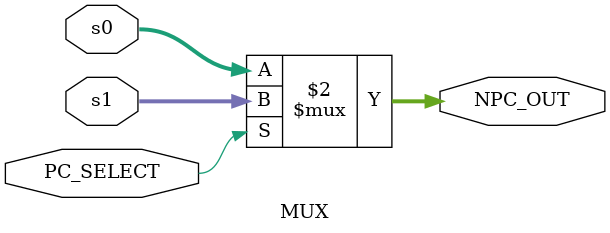
<source format=v>
`timescale 1ns / 1ps


module MUX(
    input [31:0] s0, s1,           //s0 = PC + 1, s1 = EX_MEM
    input PC_SELECT,
    output [31:0] NPC_OUT
    );
    
assign NPC_OUT = PC_SELECT == 1 ? s1 : s0;
    
    /**
    always @(PC_SELECT or s0 or s1) //(s0 or s1 or PC_SELECT)
    begin
        if(PC_SELECT == 1)
        //begin
            x = s1;
        //end
        else
        //begin
            x = s0;
        //end
    end
    */
    
endmodule

</source>
